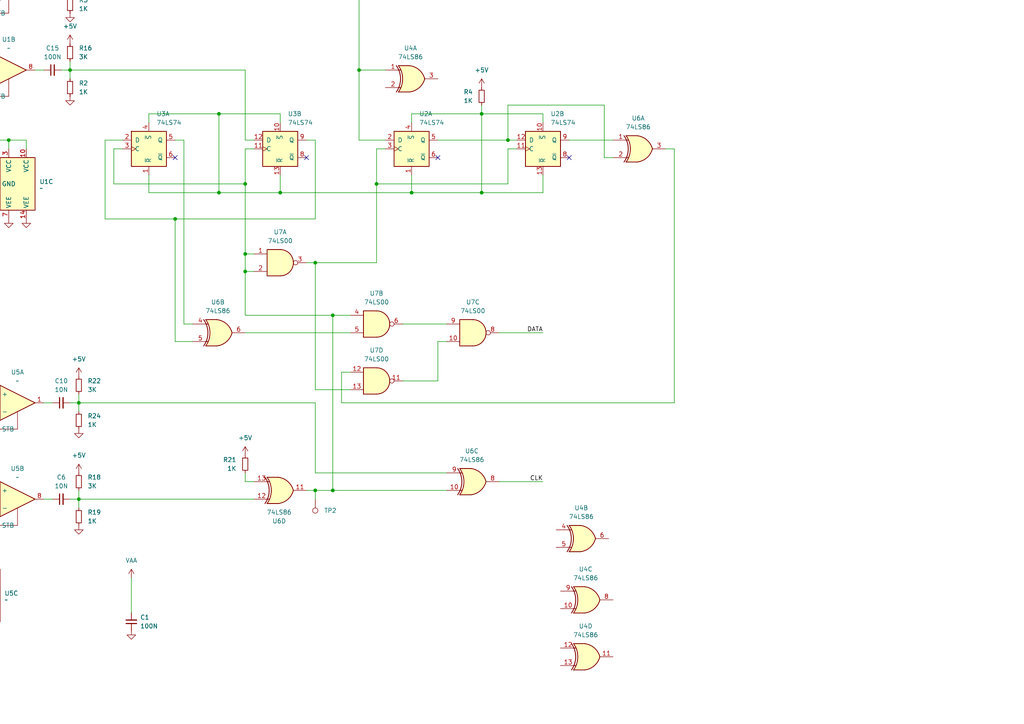
<source format=kicad_sch>
(kicad_sch (version 20231120) (generator "eeschema") (generator_version "8.0")
  (paper "A4")
  (title_block (title "NABU Network Adapter Demodulator (INCOMPLETE)") (date "2024-03-23") (rev "20240322") (company "ShareBrained Technology, Inc.") (comment 1 "Copyright (C) 2024 Jared Boone") (comment 2 "Open-source licensed under CERN-OHL-P-2.0") (comment 3 "https://ohwr.org/project/cernohl/wikis/Documents/CERN-OHL-version-2"))
  (lib_symbols
    (symbol "74xx:74LS00" (pin_names (offset 1.016))
      (property "Reference" "U" (at 0 1.27 0))
      (property "Value" "74LS00" (at 0 -1.27 0))
      (symbol "74LS00_1_1"
        (arc (start 0 -3.81) (mid 3.7934 0) (end 0 3.81) (stroke (width 0.254)) (fill (type background)))
        (polyline (pts (xy 0 3.81) (xy -3.81 3.81) (xy -3.81 -3.81) (xy 0 -3.81)) (stroke (width 0.254)) (fill (type background)))
        (pin input line (at -7.62 2.54 0) (length 3.81) (name "~") (number "1"))
        (pin input line (at -7.62 -2.54 0) (length 3.81) (name "~") (number "2"))
        (pin output inverted (at 7.62 0 180) (length 3.81) (name "~") (number "3"))
      )
      (symbol "74LS00_1_2"
        (arc (start -3.81 -3.81) (mid -2.589 0) (end -3.81 3.81) (stroke (width 0.254)))
        (arc (start -0.6096 -3.81) (mid 2.1842 -2.5851) (end 3.81 0) (stroke (width 0.254)) (fill (type background)))
        (polyline (pts (xy -3.81 -3.81) (xy -0.635 -3.81)) (stroke (width 0.254)) (fill (type background)))
        (polyline (pts (xy -3.81 3.81) (xy -0.635 3.81)) (stroke (width 0.254)) (fill (type background)))
        (polyline (pts (xy -0.635 3.81) (xy -3.81 3.81) (xy -3.81 3.81) (xy -3.556 3.4036) (xy -3.0226 2.2606) (xy -2.6924 1.0414) (xy -2.6162 -0.254) (xy -2.7686 -1.4986) (xy -3.175 -2.7178) (xy -3.81 -3.81) (xy -3.81 -3.81) (xy -0.635 -3.81)) (stroke (width -25.4)) (fill (type background)))
        (arc (start 3.81 0) (mid 2.1915 2.5936) (end -0.6096 3.81) (stroke (width 0.254)) (fill (type background)))
        (pin input inverted (at -7.62 2.54 0) (length 4.318) (name "~") (number "1"))
        (pin input inverted (at -7.62 -2.54 0) (length 4.318) (name "~") (number "2"))
        (pin output line (at 7.62 0 180) (length 3.81) (name "~") (number "3"))
      )
      (symbol "74LS00_2_1"
        (arc (start 0 -3.81) (mid 3.7934 0) (end 0 3.81) (stroke (width 0.254)) (fill (type background)))
        (polyline (pts (xy 0 3.81) (xy -3.81 3.81) (xy -3.81 -3.81) (xy 0 -3.81)) (stroke (width 0.254)) (fill (type background)))
        (pin input line (at -7.62 2.54 0) (length 3.81) (name "~") (number "4"))
        (pin input line (at -7.62 -2.54 0) (length 3.81) (name "~") (number "5"))
        (pin output inverted (at 7.62 0 180) (length 3.81) (name "~") (number "6"))
      )
      (symbol "74LS00_2_2"
        (arc (start -3.81 -3.81) (mid -2.589 0) (end -3.81 3.81) (stroke (width 0.254)))
        (arc (start -0.6096 -3.81) (mid 2.1842 -2.5851) (end 3.81 0) (stroke (width 0.254)) (fill (type background)))
        (polyline (pts (xy -3.81 -3.81) (xy -0.635 -3.81)) (stroke (width 0.254)) (fill (type background)))
        (polyline (pts (xy -3.81 3.81) (xy -0.635 3.81)) (stroke (width 0.254)) (fill (type background)))
        (polyline (pts (xy -0.635 3.81) (xy -3.81 3.81) (xy -3.81 3.81) (xy -3.556 3.4036) (xy -3.0226 2.2606) (xy -2.6924 1.0414) (xy -2.6162 -0.254) (xy -2.7686 -1.4986) (xy -3.175 -2.7178) (xy -3.81 -3.81) (xy -3.81 -3.81) (xy -0.635 -3.81)) (stroke (width -25.4)) (fill (type background)))
        (arc (start 3.81 0) (mid 2.1915 2.5936) (end -0.6096 3.81) (stroke (width 0.254)) (fill (type background)))
        (pin input inverted (at -7.62 2.54 0) (length 4.318) (name "~") (number "4"))
        (pin input inverted (at -7.62 -2.54 0) (length 4.318) (name "~") (number "5"))
        (pin output line (at 7.62 0 180) (length 3.81) (name "~") (number "6"))
      )
      (symbol "74LS00_3_1"
        (arc (start 0 -3.81) (mid 3.7934 0) (end 0 3.81) (stroke (width 0.254)) (fill (type background)))
        (polyline (pts (xy 0 3.81) (xy -3.81 3.81) (xy -3.81 -3.81) (xy 0 -3.81)) (stroke (width 0.254)) (fill (type background)))
        (pin input line (at -7.62 -2.54 0) (length 3.81) (name "~") (number "10"))
        (pin output inverted (at 7.62 0 180) (length 3.81) (name "~") (number "8"))
        (pin input line (at -7.62 2.54 0) (length 3.81) (name "~") (number "9"))
      )
      (symbol "74LS00_3_2"
        (arc (start -3.81 -3.81) (mid -2.589 0) (end -3.81 3.81) (stroke (width 0.254)))
        (arc (start -0.6096 -3.81) (mid 2.1842 -2.5851) (end 3.81 0) (stroke (width 0.254)) (fill (type background)))
        (polyline (pts (xy -3.81 -3.81) (xy -0.635 -3.81)) (stroke (width 0.254)) (fill (type background)))
        (polyline (pts (xy -3.81 3.81) (xy -0.635 3.81)) (stroke (width 0.254)) (fill (type background)))
        (polyline (pts (xy -0.635 3.81) (xy -3.81 3.81) (xy -3.81 3.81) (xy -3.556 3.4036) (xy -3.0226 2.2606) (xy -2.6924 1.0414) (xy -2.6162 -0.254) (xy -2.7686 -1.4986) (xy -3.175 -2.7178) (xy -3.81 -3.81) (xy -3.81 -3.81) (xy -0.635 -3.81)) (stroke (width -25.4)) (fill (type background)))
        (arc (start 3.81 0) (mid 2.1915 2.5936) (end -0.6096 3.81) (stroke (width 0.254)) (fill (type background)))
        (pin input inverted (at -7.62 -2.54 0) (length 4.318) (name "~") (number "10"))
        (pin output line (at 7.62 0 180) (length 3.81) (name "~") (number "8"))
        (pin input inverted (at -7.62 2.54 0) (length 4.318) (name "~") (number "9"))
      )
      (symbol "74LS00_4_1"
        (arc (start 0 -3.81) (mid 3.7934 0) (end 0 3.81) (stroke (width 0.254)) (fill (type background)))
        (polyline (pts (xy 0 3.81) (xy -3.81 3.81) (xy -3.81 -3.81) (xy 0 -3.81)) (stroke (width 0.254)) (fill (type background)))
        (pin output inverted (at 7.62 0 180) (length 3.81) (name "~") (number "11"))
        (pin input line (at -7.62 2.54 0) (length 3.81) (name "~") (number "12"))
        (pin input line (at -7.62 -2.54 0) (length 3.81) (name "~") (number "13"))
      )
      (symbol "74LS00_4_2"
        (arc (start -3.81 -3.81) (mid -2.589 0) (end -3.81 3.81) (stroke (width 0.254)))
        (arc (start -0.6096 -3.81) (mid 2.1842 -2.5851) (end 3.81 0) (stroke (width 0.254)) (fill (type background)))
        (polyline (pts (xy -3.81 -3.81) (xy -0.635 -3.81)) (stroke (width 0.254)) (fill (type background)))
        (polyline (pts (xy -3.81 3.81) (xy -0.635 3.81)) (stroke (width 0.254)) (fill (type background)))
        (polyline (pts (xy -0.635 3.81) (xy -3.81 3.81) (xy -3.81 3.81) (xy -3.556 3.4036) (xy -3.0226 2.2606) (xy -2.6924 1.0414) (xy -2.6162 -0.254) (xy -2.7686 -1.4986) (xy -3.175 -2.7178) (xy -3.81 -3.81) (xy -3.81 -3.81) (xy -0.635 -3.81)) (stroke (width -25.4)) (fill (type background)))
        (arc (start 3.81 0) (mid 2.1915 2.5936) (end -0.6096 3.81) (stroke (width 0.254)) (fill (type background)))
        (pin output line (at 7.62 0 180) (length 3.81) (name "~") (number "11"))
        (pin input inverted (at -7.62 2.54 0) (length 4.318) (name "~") (number "12"))
        (pin input inverted (at -7.62 -2.54 0) (length 4.318) (name "~") (number "13"))
      )
      (symbol "74LS00_5_0"
        (pin power_in line (at 0 12.7 270) (length 5.08) (name "VCC") (number "14"))
        (pin power_in line (at 0 -12.7 90) (length 5.08) (name "GND") (number "7"))
      )
      (symbol "74LS00_5_1"
        (rectangle (start -5.08 7.62) (end 5.08 -7.62) (stroke (width 0.254)) (fill (type background)))
      )
    )
    (symbol "74xx:74LS74" (pin_names (offset 1.016))
      (property "Reference" "U" (at -7.62 8.89 0))
      (property "Value" "74LS74" (at -7.62 -8.89 0))
      (symbol "74LS74_1_0"
        (pin input line (at 0 -7.62 90) (length 2.54) (name "~{R}") (number "1"))
        (pin input line (at -7.62 2.54 0) (length 2.54) (name "D") (number "2"))
        (pin input clock (at -7.62 0 0) (length 2.54) (name "C") (number "3"))
        (pin input line (at 0 7.62 270) (length 2.54) (name "~{S}") (number "4"))
        (pin output line (at 7.62 2.54 180) (length 2.54) (name "Q") (number "5"))
        (pin output line (at 7.62 -2.54 180) (length 2.54) (name "~{Q}") (number "6"))
      )
      (symbol "74LS74_1_1"
        (rectangle (start -5.08 5.08) (end 5.08 -5.08) (stroke (width 0.254)) (fill (type background)))
      )
      (symbol "74LS74_2_0"
        (pin input line (at 0 7.62 270) (length 2.54) (name "~{S}") (number "10"))
        (pin input clock (at -7.62 0 0) (length 2.54) (name "C") (number "11"))
        (pin input line (at -7.62 2.54 0) (length 2.54) (name "D") (number "12"))
        (pin input line (at 0 -7.62 90) (length 2.54) (name "~{R}") (number "13"))
        (pin output line (at 7.62 -2.54 180) (length 2.54) (name "~{Q}") (number "8"))
        (pin output line (at 7.62 2.54 180) (length 2.54) (name "Q") (number "9"))
      )
      (symbol "74LS74_2_1"
        (rectangle (start -5.08 5.08) (end 5.08 -5.08) (stroke (width 0.254)) (fill (type background)))
      )
      (symbol "74LS74_3_0"
        (pin power_in line (at 0 10.16 270) (length 2.54) (name "VCC") (number "14"))
        (pin power_in line (at 0 -10.16 90) (length 2.54) (name "GND") (number "7"))
      )
      (symbol "74LS74_3_1"
        (rectangle (start -5.08 7.62) (end 5.08 -7.62) (stroke (width 0.254)) (fill (type background)))
      )
    )
    (symbol "74xx:74LS86" (pin_names (offset 1.016))
      (property "Reference" "U" (at 0 1.27 0))
      (property "Value" "74LS86" (at 0 -1.27 0))
      (symbol "74LS86_1_0"
        (arc (start -4.4196 -3.81) (mid -3.2033 0) (end -4.4196 3.81) (stroke (width 0.254)))
        (arc (start -3.81 -3.81) (mid -2.589 0) (end -3.81 3.81) (stroke (width 0.254)))
        (arc (start -0.6096 -3.81) (mid 2.1842 -2.5851) (end 3.81 0) (stroke (width 0.254)) (fill (type background)))
        (polyline (pts (xy -3.81 -3.81) (xy -0.635 -3.81)) (stroke (width 0.254)) (fill (type background)))
        (polyline (pts (xy -3.81 3.81) (xy -0.635 3.81)) (stroke (width 0.254)) (fill (type background)))
        (polyline (pts (xy -0.635 3.81) (xy -3.81 3.81) (xy -3.81 3.81) (xy -3.556 3.4036) (xy -3.0226 2.2606) (xy -2.6924 1.0414) (xy -2.6162 -0.254) (xy -2.7686 -1.4986) (xy -3.175 -2.7178) (xy -3.81 -3.81) (xy -3.81 -3.81) (xy -0.635 -3.81)) (stroke (width -25.4)) (fill (type background)))
        (arc (start 3.81 0) (mid 2.1915 2.5936) (end -0.6096 3.81) (stroke (width 0.254)) (fill (type background)))
        (pin input line (at -7.62 2.54 0) (length 4.445) (name "~") (number "1"))
        (pin input line (at -7.62 -2.54 0) (length 4.445) (name "~") (number "2"))
        (pin output line (at 7.62 0 180) (length 3.81) (name "~") (number "3"))
      )
      (symbol "74LS86_1_1"
        (polyline (pts (xy -3.81 -2.54) (xy -3.175 -2.54)) (stroke (width 0.1524)))
        (polyline (pts (xy -3.81 2.54) (xy -3.175 2.54)) (stroke (width 0.1524)))
      )
      (symbol "74LS86_2_0"
        (arc (start -4.4196 -3.81) (mid -3.2033 0) (end -4.4196 3.81) (stroke (width 0.254)))
        (arc (start -3.81 -3.81) (mid -2.589 0) (end -3.81 3.81) (stroke (width 0.254)))
        (arc (start -0.6096 -3.81) (mid 2.1842 -2.5851) (end 3.81 0) (stroke (width 0.254)) (fill (type background)))
        (polyline (pts (xy -3.81 -3.81) (xy -0.635 -3.81)) (stroke (width 0.254)) (fill (type background)))
        (polyline (pts (xy -3.81 3.81) (xy -0.635 3.81)) (stroke (width 0.254)) (fill (type background)))
        (polyline (pts (xy -0.635 3.81) (xy -3.81 3.81) (xy -3.81 3.81) (xy -3.556 3.4036) (xy -3.0226 2.2606) (xy -2.6924 1.0414) (xy -2.6162 -0.254) (xy -2.7686 -1.4986) (xy -3.175 -2.7178) (xy -3.81 -3.81) (xy -3.81 -3.81) (xy -0.635 -3.81)) (stroke (width -25.4)) (fill (type background)))
        (arc (start 3.81 0) (mid 2.1915 2.5936) (end -0.6096 3.81) (stroke (width 0.254)) (fill (type background)))
        (pin input line (at -7.62 2.54 0) (length 4.445) (name "~") (number "4"))
        (pin input line (at -7.62 -2.54 0) (length 4.445) (name "~") (number "5"))
        (pin output line (at 7.62 0 180) (length 3.81) (name "~") (number "6"))
      )
      (symbol "74LS86_2_1"
        (polyline (pts (xy -3.81 -2.54) (xy -3.175 -2.54)) (stroke (width 0.1524)))
        (polyline (pts (xy -3.81 2.54) (xy -3.175 2.54)) (stroke (width 0.1524)))
      )
      (symbol "74LS86_3_0"
        (arc (start -4.4196 -3.81) (mid -3.2033 0) (end -4.4196 3.81) (stroke (width 0.254)))
        (arc (start -3.81 -3.81) (mid -2.589 0) (end -3.81 3.81) (stroke (width 0.254)))
        (arc (start -0.6096 -3.81) (mid 2.1842 -2.5851) (end 3.81 0) (stroke (width 0.254)) (fill (type background)))
        (polyline (pts (xy -3.81 -3.81) (xy -0.635 -3.81)) (stroke (width 0.254)) (fill (type background)))
        (polyline (pts (xy -3.81 3.81) (xy -0.635 3.81)) (stroke (width 0.254)) (fill (type background)))
        (polyline (pts (xy -0.635 3.81) (xy -3.81 3.81) (xy -3.81 3.81) (xy -3.556 3.4036) (xy -3.0226 2.2606) (xy -2.6924 1.0414) (xy -2.6162 -0.254) (xy -2.7686 -1.4986) (xy -3.175 -2.7178) (xy -3.81 -3.81) (xy -3.81 -3.81) (xy -0.635 -3.81)) (stroke (width -25.4)) (fill (type background)))
        (arc (start 3.81 0) (mid 2.1915 2.5936) (end -0.6096 3.81) (stroke (width 0.254)) (fill (type background)))
        (pin input line (at -7.62 -2.54 0) (length 4.445) (name "~") (number "10"))
        (pin output line (at 7.62 0 180) (length 3.81) (name "~") (number "8"))
        (pin input line (at -7.62 2.54 0) (length 4.445) (name "~") (number "9"))
      )
      (symbol "74LS86_3_1"
        (polyline (pts (xy -3.81 -2.54) (xy -3.175 -2.54)) (stroke (width 0.1524)))
        (polyline (pts (xy -3.81 2.54) (xy -3.175 2.54)) (stroke (width 0.1524)))
      )
      (symbol "74LS86_4_0"
        (arc (start -4.4196 -3.81) (mid -3.2033 0) (end -4.4196 3.81) (stroke (width 0.254)))
        (arc (start -3.81 -3.81) (mid -2.589 0) (end -3.81 3.81) (stroke (width 0.254)))
        (arc (start -0.6096 -3.81) (mid 2.1842 -2.5851) (end 3.81 0) (stroke (width 0.254)) (fill (type background)))
        (polyline (pts (xy -3.81 -3.81) (xy -0.635 -3.81)) (stroke (width 0.254)) (fill (type background)))
        (polyline (pts (xy -3.81 3.81) (xy -0.635 3.81)) (stroke (width 0.254)) (fill (type background)))
        (polyline (pts (xy -0.635 3.81) (xy -3.81 3.81) (xy -3.81 3.81) (xy -3.556 3.4036) (xy -3.0226 2.2606) (xy -2.6924 1.0414) (xy -2.6162 -0.254) (xy -2.7686 -1.4986) (xy -3.175 -2.7178) (xy -3.81 -3.81) (xy -3.81 -3.81) (xy -0.635 -3.81)) (stroke (width -25.4)) (fill (type background)))
        (arc (start 3.81 0) (mid 2.1915 2.5936) (end -0.6096 3.81) (stroke (width 0.254)) (fill (type background)))
        (pin output line (at 7.62 0 180) (length 3.81) (name "~") (number "11"))
        (pin input line (at -7.62 2.54 0) (length 4.445) (name "~") (number "12"))
        (pin input line (at -7.62 -2.54 0) (length 4.445) (name "~") (number "13"))
      )
      (symbol "74LS86_4_1"
        (polyline (pts (xy -3.81 -2.54) (xy -3.175 -2.54)) (stroke (width 0.1524)))
        (polyline (pts (xy -3.81 2.54) (xy -3.175 2.54)) (stroke (width 0.1524)))
      )
      (symbol "74LS86_5_0"
        (pin power_in line (at 0 12.7 270) (length 5.08) (name "VCC") (number "14"))
        (pin power_in line (at 0 -12.7 90) (length 5.08) (name "GND") (number "7"))
      )
      (symbol "74LS86_5_1"
        (rectangle (start -5.08 7.62) (end 5.08 -7.62) (stroke (width 0.254)) (fill (type background)))
      )
    )
    (symbol "Connector:TestPoint" (pin_numbers hide) (pin_names (offset 0.762) hide)
      (property "Reference" "TP" (at 0 6.858 0))
      (property "Value" "TestPoint" (at 0 5.08 0))
      (symbol "TestPoint_0_1"
        (circle (center 0 3.302) (radius 0.762))
      )
      (symbol "TestPoint_1_1"
        (pin passive line (at 0 0 90) (length 2.54) (name "1") (number "1"))
      )
    )
    (symbol "Device:C_Small" (pin_numbers hide) (pin_names (offset 0.254) hide)
      (property "Reference" "C" (at 0.254 1.778 0))
      (property "Value" "C_Small" (at 0.254 -2.032 0))
      (symbol "C_Small_0_1"
        (polyline (pts (xy -1.524 -0.508) (xy 1.524 -0.508)) (stroke (width 0.3302)))
        (polyline (pts (xy -1.524 0.508) (xy 1.524 0.508)) (stroke (width 0.3048)))
      )
      (symbol "C_Small_1_1"
        (pin passive line (at 0 2.54 270) (length 2.032) (name "~") (number "1"))
        (pin passive line (at 0 -2.54 90) (length 2.032) (name "~") (number "2"))
      )
    )
    (symbol "Device:D" (pin_numbers hide) (pin_names (offset 1.016) hide)
      (property "Reference" "D" (at 0 2.54 0))
      (property "Value" "D" (at 0 -2.54 0))
      (symbol "D_0_1"
        (polyline (pts (xy -1.27 1.27) (xy -1.27 -1.27)) (stroke (width 0.254)))
        (polyline (pts (xy 1.27 0) (xy -1.27 0)))
        (polyline (pts (xy 1.27 1.27) (xy 1.27 -1.27) (xy -1.27 0) (xy 1.27 1.27)) (stroke (width 0.254)))
      )
      (symbol "D_1_1"
        (pin passive line (at -3.81 0 0) (length 2.54) (name "K") (number "1"))
        (pin passive line (at 3.81 0 180) (length 2.54) (name "A") (number "2"))
      )
    )
    (symbol "Device:R_Small" (pin_numbers hide) (pin_names (offset 0.254) hide)
      (property "Reference" "R" (at 0.762 0.508 0))
      (property "Value" "R_Small" (at 0.762 -1.016 0))
      (symbol "R_Small_0_1"
        (rectangle (start -0.762 1.778) (end 0.762 -1.778) (stroke (width 0.2032)))
      )
      (symbol "R_Small_1_1"
        (pin passive line (at 0 2.54 270) (length 0.762) (name "~") (number "1"))
        (pin passive line (at 0 -2.54 90) (length 0.762) (name "~") (number "2"))
      )
    )
    (symbol "motorola:MC1414"
      (property "Reference" "U" (at 0 0 0))
      (symbol "MC1414_1_1"
        (polyline (pts (xy -3.81 -7.62) (xy 1.27 -7.62) (xy 1.27 -2.54)))
        (polyline (pts (xy -3.81 5.08) (xy 6.35 0) (xy -3.81 -5.08) (xy -3.81 5.08)) (stroke (width 0.254)) (fill (type background)))
        (pin output line (at 8.89 0 180) (length 2.54) (name "~") (number "1"))
        (pin input line (at -6.35 2.54 0) (length 2.54) (name "+") (number "12"))
        (pin input line (at -6.35 -2.54 0) (length 2.54) (name "-") (number "13"))
        (pin input line (at -6.35 -7.62 0) (length 2.54) (name "STB") (number "2"))
      )
      (symbol "MC1414_2_1"
        (polyline (pts (xy -3.81 -7.62) (xy 1.27 -7.62) (xy 1.27 -2.54)))
        (polyline (pts (xy -3.81 5.08) (xy 6.35 0) (xy -3.81 -5.08) (xy -3.81 5.08)) (stroke (width 0.254)) (fill (type background)))
        (pin input line (at -6.35 2.54 0) (length 2.54) (name "+") (number "5"))
        (pin input line (at -6.35 -2.54 0) (length 2.54) (name "-") (number "6"))
        (pin output line (at 8.89 0 180) (length 2.54) (name "~") (number "8"))
        (pin input line (at -6.35 -7.62 0) (length 2.54) (name "STB") (number "9"))
      )
      (symbol "MC1414_3_1"
        (rectangle (start -5.08 7.62) (end 5.08 -7.62) (stroke (width 0.254)) (fill (type background)))
        (pin power_in line (at 2.54 10.16 270) (length 2.54) (name "VCC") (number "10"))
        (pin input line (at -7.62 0 0) (length 2.54) (name "GND") (number "11"))
        (pin power_in line (at 2.54 -10.16 90) (length 2.54) (name "VEE") (number "14"))
        (pin power_in line (at -2.54 10.16 270) (length 2.54) (name "VCC") (number "3"))
        (pin power_in line (at -2.54 -10.16 90) (length 2.54) (name "VEE") (number "7"))
      )
    )
    (symbol "power:+5V" (power) (pin_numbers hide) (pin_names (offset 0) hide)
      (property "Value" "+5V" (at 0 3.556 0))
      (symbol "+5V_0_1"
        (polyline (pts (xy -0.762 1.27) (xy 0 2.54)))
        (polyline (pts (xy 0 0) (xy 0 2.54)))
        (polyline (pts (xy 0 2.54) (xy 0.762 1.27)))
      )
      (symbol "+5V_1_1"
        (pin power_in line (at 0 0 90) (length 0) (name "~") (number "1"))
      )
    )
    (symbol "power:GND" (power) (pin_numbers hide) (pin_names (offset 0) hide)
      (property "Value" "GND" (at 0 -3.81 0))
      (symbol "GND_0_1"
        (polyline (pts (xy 0 0) (xy 0 -1.27) (xy 1.27 -1.27) (xy 0 -2.54) (xy -1.27 -1.27) (xy 0 -1.27)))
      )
      (symbol "GND_1_1"
        (pin power_in line (at 0 0 270) (length 0) (name "~") (number "1"))
      )
    )
    (symbol "power:VAA" (power) (pin_numbers hide) (pin_names (offset 0) hide)
      (property "Value" "VAA" (at 0 3.556 0))
      (symbol "VAA_0_1"
        (polyline (pts (xy -0.762 1.27) (xy 0 2.54)))
        (polyline (pts (xy 0 0) (xy 0 2.54)))
        (polyline (pts (xy 0 2.54) (xy 0.762 1.27)))
      )
      (symbol "VAA_1_1"
        (pin power_in line (at 0 0 90) (length 0) (name "~") (number "1"))
      )
    )
  )
  (junction (at 109.22 53.34))
  (junction (at 91.44 76.2))
  (junction (at -7.62 -6.35))
  (junction (at -7.62 22.86))
  (junction (at 147.32 40.64))
  (junction (at 104.14 20.32))
  (junction (at -5.08 142.24))
  (junction (at -7.62 -1.27))
  (junction (at 20.32 -3.81))
  (junction (at -20.32 119.38))
  (junction (at -5.08 40.64))
  (junction (at -25.4 172.72))
  (junction (at -15.24 160.02))
  (junction (at -25.4 142.24))
  (junction (at 50.8 63.5))
  (junction (at 38.1 -3.81))
  (junction (at 91.44 142.24))
  (junction (at 22.86 144.78))
  (junction (at 139.7 33.02))
  (junction (at -5.08 53.34))
  (junction (at 63.5 55.88))
  (junction (at -15.24 53.34))
  (junction (at -7.62 17.78))
  (junction (at 96.52 142.24))
  (junction (at 71.12 53.34))
  (junction (at 139.7 55.88))
  (junction (at -15.24 22.86))
  (junction (at 63.5 33.02))
  (junction (at 2.54 40.64))
  (junction (at -5.08 147.32))
  (junction (at 119.38 55.88))
  (junction (at -5.08 119.38))
  (junction (at 71.12 78.74))
  (junction (at 96.52 91.44))
  (junction (at -15.24 172.72))
  (junction (at 71.12 73.66))
  (junction (at 22.86 116.84))
  (junction (at -5.08 114.3))
  (junction (at -20.32 147.32))
  (junction (at 20.32 20.32))
  (junction (at -7.62 160.02))
  (junction (at 81.28 55.88))
  (no_connect (at 50.8 45.72))
  (no_connect (at 88.9 45.72))
  (no_connect (at 127 45.72))
  (no_connect (at 165.1 45.72))
  (no_connect (at -2.54 152.4))
  (no_connect (at -2.54 124.46))
  (no_connect (at -5.08 3.81))
  (no_connect (at -5.08 27.94))
  (wire (pts (xy 71.12 53.34) (xy 33.02 53.34)))
  (wire (pts (xy 2.54 40.64) (xy 2.54 43.18)))
  (wire (pts (xy 91.44 40.64) (xy 91.44 63.5)))
  (wire (pts (xy 10.16 -3.81) (xy 12.7 -3.81)))
  (wire (pts (xy 20.32 144.78) (xy 22.86 144.78)))
  (wire (pts (xy -15.24 168.91) (xy -15.24 172.72)))
  (wire (pts (xy -15.24 157.48) (xy -15.24 160.02)))
  (wire (pts (xy 7.62 43.18) (xy 7.62 40.64)))
  (wire (pts (xy 149.86 40.64) (xy 147.32 40.64)))
  (wire (pts (xy 96.52 91.44) (xy 96.52 142.24)))
  (wire (pts (xy 17.78 -3.81) (xy 20.32 -3.81)))
  (wire (pts (xy 109.22 76.2) (xy 91.44 76.2)))
  (wire (pts (xy -27.94 119.38) (xy -20.32 119.38)))
  (wire (pts (xy 81.28 55.88) (xy 119.38 55.88)))
  (wire (pts (xy 71.12 53.34) (xy 71.12 73.66)))
  (wire (pts (xy 20.32 -6.35) (xy 20.32 -3.81)))
  (wire (pts (xy 91.44 142.24) (xy 91.44 144.78)))
  (wire (pts (xy 99.06 116.84) (xy 99.06 107.95)))
  (wire (pts (xy 91.44 142.24) (xy 96.52 142.24)))
  (wire (pts (xy 139.7 30.48) (xy 139.7 33.02)))
  (wire (pts (xy -25.4 -6.35) (xy -22.86 -6.35)))
  (wire (pts (xy 144.78 139.7) (xy 157.48 139.7)))
  (wire (pts (xy 195.58 116.84) (xy 99.06 116.84)))
  (wire (pts (xy 43.18 33.02) (xy 63.5 33.02)))
  (wire (pts (xy 116.84 93.98) (xy 129.54 93.98)))
  (wire (pts (xy 63.5 33.02) (xy 63.5 55.88)))
  (wire (pts (xy -15.24 172.72) (xy -12.7 172.72)))
  (wire (pts (xy 33.02 43.18) (xy 35.56 43.18)))
  (wire (pts (xy 22.86 144.78) (xy 73.66 144.78)))
  (wire (pts (xy 12.7 144.78) (xy 15.24 144.78)))
  (wire (pts (xy 30.48 40.64) (xy 30.48 63.5)))
  (wire (pts (xy -20.32 135.89) (xy -20.32 147.32)))
  (wire (pts (xy -25.4 142.24) (xy -25.4 114.3)))
  (wire (pts (xy 175.26 45.72) (xy 177.8 45.72)))
  (wire (pts (xy -5.08 38.1) (xy -5.08 40.64)))
  (wire (pts (xy 104.14 20.32) (xy 104.14 40.64)))
  (wire (pts (xy 30.48 63.5) (xy 50.8 63.5)))
  (wire (pts (xy -7.62 -6.35) (xy -5.08 -6.35)))
  (wire (pts (xy 119.38 50.8) (xy 119.38 55.88)))
  (wire (pts (xy -27.94 147.32) (xy -20.32 147.32)))
  (wire (pts (xy 127 110.49) (xy 127 99.06)))
  (wire (pts (xy -15.24 -1.27) (xy -7.62 -1.27)))
  (wire (pts (xy 71.12 20.32) (xy 71.12 40.64)))
  (wire (pts (xy -7.62 22.86) (xy -5.08 22.86)))
  (wire (pts (xy 71.12 96.52) (xy 101.6 96.52)))
  (wire (pts (xy -17.78 -6.35) (xy -7.62 -6.35)))
  (wire (pts (xy 71.12 137.16) (xy 71.12 139.7)))
  (wire (pts (xy 53.34 40.64) (xy 53.34 93.98)))
  (wire (pts (xy 63.5 55.88) (xy 81.28 55.88)))
  (wire (pts (xy 71.12 73.66) (xy 71.12 78.74)))
  (wire (pts (xy 96.52 142.24) (xy 129.54 142.24)))
  (wire (pts (xy -5.08 53.34) (xy -5.08 54.61)))
  (wire (pts (xy 116.84 110.49) (xy 127 110.49)))
  (wire (pts (xy 81.28 33.02) (xy 81.28 35.56)))
  (wire (pts (xy -15.24 22.86) (xy -7.62 22.86)))
  (wire (pts (xy -20.32 110.49) (xy -20.32 119.38)))
  (wire (pts (xy 71.12 43.18) (xy 71.12 53.34)))
  (wire (pts (xy 20.32 20.32) (xy 71.12 20.32)))
  (wire (pts (xy 175.26 30.48) (xy 175.26 45.72)))
  (wire (pts (xy 119.38 35.56) (xy 119.38 33.02)))
  (wire (pts (xy 101.6 113.03) (xy 91.44 113.03)))
  (wire (pts (xy 91.44 137.16) (xy 91.44 116.84)))
  (wire (pts (xy 38.1 -3.81) (xy 20.32 -3.81)))
  (wire (pts (xy 91.44 76.2) (xy 88.9 76.2)))
  (wire (pts (xy -20.32 119.38) (xy -20.32 130.81)))
  (wire (pts (xy -7.62 160.02) (xy -2.54 160.02)))
  (wire (pts (xy -15.24 60.96) (xy -15.24 62.23)))
  (wire (pts (xy -25.4 181.61) (xy -25.4 182.88)))
  (wire (pts (xy 147.32 53.34) (xy 109.22 53.34)))
  (wire (pts (xy -5.08 147.32) (xy -2.54 147.32)))
  (wire (pts (xy -15.24 53.34) (xy -5.08 53.34)))
  (wire (pts (xy 109.22 53.34) (xy 109.22 76.2)))
  (wire (pts (xy 109.22 53.34) (xy 109.22 43.18)))
  (wire (pts (xy -25.4 114.3) (xy -5.08 114.3)))
  (wire (pts (xy 10.16 20.32) (xy 12.7 20.32)))
  (wire (pts (xy -7.62 -1.27) (xy -5.08 -1.27)))
  (wire (pts (xy 91.44 63.5) (xy 50.8 63.5)))
  (wire (pts (xy 33.02 53.34) (xy 33.02 43.18)))
  (wire (pts (xy 73.66 43.18) (xy 71.12 43.18)))
  (wire (pts (xy -15.24 172.72) (xy -15.24 175.26)))
  (wire (pts (xy 88.9 40.64) (xy 91.44 40.64)))
  (wire (pts (xy -20.32 119.38) (xy -5.08 119.38)))
  (wire (pts (xy 165.1 40.64) (xy 177.8 40.64)))
  (wire (pts (xy -5.08 142.24) (xy -2.54 142.24)))
  (wire (pts (xy 149.86 43.18) (xy 147.32 43.18)))
  (wire (pts (xy 20.32 17.78) (xy 20.32 20.32)))
  (wire (pts (xy 38.1 167.64) (xy 38.1 177.8)))
  (wire (pts (xy -15.24 55.88) (xy -15.24 53.34)))
  (wire (pts (xy -25.4 17.78) (xy -22.86 17.78)))
  (wire (pts (xy 20.32 20.32) (xy 20.32 22.86)))
  (wire (pts (xy 193.04 43.18) (xy 195.58 43.18)))
  (wire (pts (xy -2.54 162.56) (xy -2.54 160.02)))
  (wire (pts (xy -2.54 114.3) (xy -5.08 114.3)))
  (wire (pts (xy 63.5 33.02) (xy 81.28 33.02)))
  (wire (pts (xy 104.14 20.32) (xy 104.14 -3.81)))
  (wire (pts (xy 35.56 40.64) (xy 30.48 40.64)))
  (wire (pts (xy -25.4 176.53) (xy -25.4 172.72)))
  (wire (pts (xy -5.08 40.64) (xy -5.08 44.45)))
  (wire (pts (xy 22.86 142.24) (xy 22.86 144.78)))
  (wire (pts (xy 50.8 63.5) (xy 50.8 99.06)))
  (wire (pts (xy 22.86 116.84) (xy 20.32 116.84)))
  (wire (pts (xy 50.8 99.06) (xy 55.88 99.06)))
  (wire (pts (xy 43.18 50.8) (xy 43.18 55.88)))
  (wire (pts (xy 22.86 114.3) (xy 22.86 116.84)))
  (wire (pts (xy -2.54 119.38) (xy -5.08 119.38)))
  (wire (pts (xy 157.48 55.88) (xy 157.48 50.8)))
  (wire (pts (xy -5.08 17.78) (xy -7.62 17.78)))
  (wire (pts (xy 104.14 -3.81) (xy 38.1 -3.81)))
  (wire (pts (xy -15.24 -1.27) (xy -15.24 22.86)))
  (wire (pts (xy 71.12 73.66) (xy 73.66 73.66)))
  (wire (pts (xy 139.7 33.02) (xy 157.48 33.02)))
  (wire (pts (xy 119.38 33.02) (xy 139.7 33.02)))
  (wire (pts (xy 43.18 35.56) (xy 43.18 33.02)))
  (wire (pts (xy 2.54 40.64) (xy -5.08 40.64)))
  (wire (pts (xy -20.32 147.32) (xy -5.08 147.32)))
  (wire (pts (xy 71.12 40.64) (xy 73.66 40.64)))
  (wire (pts (xy -15.24 160.02) (xy -15.24 163.83)))
  (wire (pts (xy 15.24 116.84) (xy 12.7 116.84)))
  (wire (pts (xy 147.32 30.48) (xy 175.26 30.48)))
  (wire (pts (xy 109.22 43.18) (xy 111.76 43.18)))
  (wire (pts (xy 73.66 139.7) (xy 71.12 139.7)))
  (wire (pts (xy -25.4 172.72) (xy -15.24 172.72)))
  (wire (pts (xy 81.28 55.88) (xy 81.28 50.8)))
  (wire (pts (xy 17.78 20.32) (xy 20.32 20.32)))
  (wire (pts (xy 7.62 40.64) (xy 2.54 40.64)))
  (wire (pts (xy -15.24 160.02) (xy -7.62 160.02)))
  (wire (pts (xy 71.12 91.44) (xy 71.12 78.74)))
  (wire (pts (xy 53.34 93.98) (xy 55.88 93.98)))
  (wire (pts (xy 91.44 137.16) (xy 129.54 137.16)))
  (wire (pts (xy 88.9 142.24) (xy 91.44 142.24)))
  (wire (pts (xy 22.86 116.84) (xy 22.86 119.38)))
  (wire (pts (xy 144.78 96.52) (xy 157.48 96.52)))
  (wire (pts (xy 99.06 107.95) (xy 101.6 107.95)))
  (wire (pts (xy 119.38 55.88) (xy 139.7 55.88)))
  (wire (pts (xy 104.14 20.32) (xy 111.76 20.32)))
  (wire (pts (xy -5.08 53.34) (xy -2.54 53.34)))
  (wire (pts (xy 91.44 116.84) (xy 22.86 116.84)))
  (wire (pts (xy 91.44 113.03) (xy 91.44 76.2)))
  (wire (pts (xy -5.08 49.53) (xy -5.08 53.34)))
  (wire (pts (xy 195.58 43.18) (xy 195.58 116.84)))
  (wire (pts (xy 139.7 33.02) (xy 139.7 55.88)))
  (wire (pts (xy 127 99.06) (xy 129.54 99.06)))
  (wire (pts (xy 147.32 43.18) (xy 147.32 53.34)))
  (wire (pts (xy 96.52 91.44) (xy 71.12 91.44)))
  (wire (pts (xy 50.8 40.64) (xy 53.34 40.64)))
  (wire (pts (xy 139.7 55.88) (xy 157.48 55.88)))
  (wire (pts (xy 147.32 30.48) (xy 147.32 40.64)))
  (wire (pts (xy 127 40.64) (xy 147.32 40.64)))
  (wire (pts (xy -17.78 17.78) (xy -7.62 17.78)))
  (wire (pts (xy -15.24 22.86) (xy -15.24 53.34)))
  (wire (pts (xy 22.86 144.78) (xy 22.86 147.32)))
  (wire (pts (xy 43.18 55.88) (xy 63.5 55.88)))
  (wire (pts (xy 157.48 33.02) (xy 157.48 35.56)))
  (wire (pts (xy -25.4 142.24) (xy -25.4 172.72)))
  (wire (pts (xy 71.12 78.74) (xy 73.66 78.74)))
  (wire (pts (xy 20.32 -3.81) (xy 20.32 -1.27)))
  (wire (pts (xy -7.62 160.02) (xy -7.62 162.56)))
  (wire (pts (xy -25.4 142.24) (xy -5.08 142.24)))
  (wire (pts (xy 104.14 40.64) (xy 111.76 40.64)))
  (wire (pts (xy 38.1 -3.81) (xy 38.1 -6.35)))
  (wire (pts (xy 101.6 91.44) (xy 96.52 91.44)))
  (label "DATA" (at 157.48 96.52 180))
  (label "CLK" (at 157.48 139.7 180))
  (global_label "IF_Q?" (shape input) (at -25.4 17.78 180) (property "Intersheetrefs" "${INTERSHEET_REFS}" (effects (hide yes))))
  (global_label "IF_I?" (shape input) (at -25.4 -6.35 180) (property "Intersheetrefs" "${INTERSHEET_REFS}" (effects (hide yes))))
  (symbol (lib_id "Device:R_Small") (at -7.62 20.32 0) (mirror x) (unit 1)
    (property "Reference" "R2" (at -10.16 19.0499 0) (effects (justify right)))
    (property "Value" "1K1" (at -10.16 21.5899 0) (effects (justify right)))
    (property "Description" "Resistor, small symbol" (effects (hide yes)))
  )
  (symbol (lib_id "power:GND") (at -2.54 182.88 0) (unit 1)
    (property "Reference" "#PWR021" (effects (hide yes)))
    (property "Value" "GND" (effects (hide yes)))
    (property "Description" "Power symbol creates a global label with name \"GND\" , ground" (effects (hide yes)))
  )
  (symbol (lib_id "power:VAA") (at -5.08 38.1 0) (unit 1)
    (property "Reference" "#PWR014" (effects (hide yes)))
    (property "Value" "VAA" (at -5.08 33.02 0))
    (property "Description" "Power symbol creates a global label with name \"VAA\"" (effects (hide yes)))
  )
  (symbol (lib_id "Device:R_Small") (at 22.86 111.76 0) (mirror y) (unit 1)
    (property "Reference" "R22" (at 25.4 110.4899 0) (effects (justify right)))
    (property "Value" "3K" (at 25.4 113.0299 0) (effects (justify right)))
    (property "Description" "Resistor, small symbol" (effects (hide yes)))
  )
  (symbol (lib_id "Device:R_Small") (at 22.86 121.92 0) (mirror y) (unit 1)
    (property "Reference" "R24" (at 25.4 120.6499 0) (effects (justify right)))
    (property "Value" "1K" (at 25.4 123.1899 0) (effects (justify right)))
    (property "Description" "Resistor, small symbol" (effects (hide yes)))
  )
  (symbol (lib_id "Device:R_Small") (at -5.08 116.84 0) (unit 1)
    (property "Reference" "R14" (at -7.62 115.5699 0) (effects (justify right)))
    (property "Value" "150R" (at -7.62 118.1099 0) (effects (justify right)))
    (property "Description" "Resistor, small symbol" (effects (hide yes)))
  )
  (symbol (lib_id "motorola:MC1414") (at 3.81 144.78 0) (unit 2)
    (property "Reference" "U5" (at 5.08 135.89 0))
    (property "Value" "~" (at 5.08 138.43 0))
  )
  (symbol (lib_id "power:GND") (at 2.54 63.5 0) (unit 1)
    (property "Reference" "#PWR018" (effects (hide yes)))
    (property "Value" "GND" (effects (hide yes)))
    (property "Description" "Power symbol creates a global label with name \"GND\" , ground" (effects (hide yes)))
  )
  (symbol (lib_id "Device:C_Small") (at 15.24 20.32 90) (unit 1)
    (property "Reference" "C15" (at 15.2463 13.97 90))
    (property "Value" "100N" (at 15.2463 16.51 90))
    (property "Description" "Unpolarized capacitor, small symbol" (effects (hide yes)))
  )
  (symbol (lib_id "power:GND") (at 20.32 3.81 0) (unit 1)
    (property "Reference" "#PWR02" (effects (hide yes)))
    (property "Value" "GND" (effects (hide yes)))
    (property "Description" "Power symbol creates a global label with name \"GND\" , ground" (effects (hide yes)))
  )
  (symbol (lib_id "power:GND") (at 20.32 27.94 0) (unit 1)
    (property "Reference" "#PWR06" (effects (hide yes)))
    (property "Value" "GND" (effects (hide yes)))
    (property "Description" "Power symbol creates a global label with name \"GND\" , ground" (effects (hide yes)))
  )
  (symbol (lib_id "motorola:MC1414") (at 5.08 53.34 0) (unit 3)
    (property "Reference" "U1" (at 11.43 52.7049 0) (effects (justify left)))
    (property "Value" "~" (at 11.43 54.61 0) (effects (justify left)))
  )
  (symbol (lib_id "Device:R_Small") (at -5.08 46.99 0) (mirror x) (unit 1)
    (property "Reference" "R11" (at -7.62 45.7199 0) (effects (justify right)))
    (property "Value" "1K2" (at -7.62 48.2599 0) (effects (justify right)))
    (property "Description" "Resistor, small symbol" (effects (hide yes)))
  )
  (symbol (lib_id "74xx:74LS86") (at 137.16 139.7 0) (unit 3)
    (property "Reference" "U6" (at 136.8552 130.81 0))
    (property "Value" "74LS86" (at 136.8552 133.35 0))
    (property "Datasheet" "74xx/74ls86.pdf" (effects (hide yes)))
    (property "Description" "Quad 2-input XOR" (effects (hide yes)))
  )
  (symbol (lib_id "74xx:74LS00") (at 137.16 96.52 0) (unit 3)
    (property "Reference" "U7" (at 137.1517 87.63 0))
    (property "Value" "74LS00" (at 137.1517 90.17 0))
    (property "Datasheet" "http://www.ti.com/lit/gpn/sn74ls00" (effects (hide yes)))
    (property "Description" "quad 2-input NAND gate" (effects (hide yes)))
  )
  (symbol (lib_id "Device:D") (at -15.24 179.07 90) (mirror x) (unit 1)
    (property "Reference" "CR2" (at -17.78 177.7999 90) (effects (justify left)))
    (property "Value" "D" (at -17.78 180.3399 90) (effects (justify left)))
    (property "Description" "Diode" (effects (hide yes)))
    (property "Sim.Device" "D" (effects (hide yes)))
    (property "Sim.Pins" "1=K 2=A" (effects (hide yes)))
  )
  (symbol (lib_id "74xx:74LS86") (at 185.42 43.18 0) (unit 1)
    (property "Reference" "U6" (at 185.1152 34.29 0))
    (property "Value" "74LS86" (at 185.1152 36.83 0))
    (property "Datasheet" "74xx/74ls86.pdf" (effects (hide yes)))
    (property "Description" "Quad 2-input XOR" (effects (hide yes)))
  )
  (symbol (lib_id "Device:R_Small") (at -7.62 -3.81 0) (unit 1)
    (property "Reference" "R1" (at -10.16 -5.0801 0) (effects (justify right)))
    (property "Value" "1K1" (at -10.16 -2.5401 0) (effects (justify right)))
    (property "Description" "Resistor, small symbol" (effects (hide yes)))
  )
  (symbol (lib_id "Device:R_Small") (at -15.24 166.37 0) (mirror x) (unit 1)
    (property "Reference" "R23" (at -17.78 165.0999 0) (effects (justify right)))
    (property "Value" "1K2" (at -17.78 167.6399 0) (effects (justify right)))
    (property "Description" "Resistor, small symbol" (effects (hide yes)))
  )
  (symbol (lib_id "power:+5V") (at 139.7 25.4 0) (unit 1)
    (property "Reference" "#PWR03" (effects (hide yes)))
    (property "Value" "+5V" (at 139.7 20.32 0))
    (property "Description" "Power symbol creates a global label with name \"+5V\"" (effects (hide yes)))
  )
  (symbol (lib_id "74xx:74LS74") (at 119.38 43.18 0) (unit 1)
    (property "Reference" "U2" (at 121.5741 33.02 0) (effects (justify left)))
    (property "Value" "74LS74" (at 121.5741 35.56 0) (effects (justify left)))
    (property "Datasheet" "74xx/74hc_hct74.pdf" (effects (hide yes)))
    (property "Description" "Dual D Flip-flop, Set & Reset" (effects (hide yes)))
  )
  (symbol (lib_id "power:+5V") (at 20.32 12.7 0) (unit 1)
    (property "Reference" "#PWR05" (effects (hide yes)))
    (property "Value" "+5V" (at 20.32 7.62 0))
    (property "Description" "Power symbol creates a global label with name \"+5V\"" (effects (hide yes)))
  )
  (symbol (lib_id "Device:C_Small") (at -20.32 -6.35 90) (unit 1)
    (property "Reference" "CX1" (at -20.3137 -12.7 90))
    (property "Value" "100N" (at -20.3137 -10.16 90))
    (property "Description" "Unpolarized capacitor, small symbol" (effects (hide yes)))
  )
  (symbol (lib_id "motorola:MC1414") (at 1.27 20.32 0) (unit 2)
    (property "Reference" "U1" (at 2.54 11.43 0))
    (property "Value" "~" (at 2.54 13.97 0))
  )
  (symbol (lib_id "74xx:74LS00") (at 81.28 76.2 0) (unit 1)
    (property "Reference" "U7" (at 81.2717 67.31 0))
    (property "Value" "74LS00" (at 81.2717 69.85 0))
    (property "Datasheet" "http://www.ti.com/lit/gpn/sn74ls00" (effects (hide yes)))
    (property "Description" "quad 2-input NAND gate" (effects (hide yes)))
  )
  (symbol (lib_id "74xx:74LS00") (at 109.22 110.49 0) (unit 4)
    (property "Reference" "U7" (at 109.2117 101.6 0))
    (property "Value" "74LS00" (at 109.2117 104.14 0))
    (property "Datasheet" "http://www.ti.com/lit/gpn/sn74ls00" (effects (hide yes)))
    (property "Description" "quad 2-input NAND gate" (effects (hide yes)))
  )
  (symbol (lib_id "Device:R_Small") (at 22.86 139.7 180) (unit 1)
    (property "Reference" "R18" (at 25.4 138.4299 0) (effects (justify right)))
    (property "Value" "3K" (at 25.4 140.9699 0) (effects (justify right)))
    (property "Description" "Resistor, small symbol" (effects (hide yes)))
  )
  (symbol (lib_id "power:VAA") (at 38.1 167.64 0) (unit 1)
    (property "Reference" "#PWR012" (effects (hide yes)))
    (property "Value" "VAA" (at 38.1 162.56 0))
    (property "Description" "Power symbol creates a global label with name \"VAA\"" (effects (hide yes)))
  )
  (symbol (lib_id "Device:C_Small") (at 17.78 144.78 90) (unit 1)
    (property "Reference" "C6" (at 17.7863 138.43 90))
    (property "Value" "10N" (at 17.7863 140.97 90))
    (property "Description" "Unpolarized capacitor, small symbol" (effects (hide yes)))
  )
  (symbol (lib_id "power:GND") (at -5.08 62.23 0) (unit 1)
    (property "Reference" "#PWR01" (effects (hide yes)))
    (property "Value" "GND" (effects (hide yes)))
    (property "Description" "Power symbol creates a global label with name \"GND\" , ground" (effects (hide yes)))
  )
  (symbol (lib_id "Device:R_Small") (at 20.32 15.24 0) (mirror x) (unit 1)
    (property "Reference" "R16" (at 22.86 13.9699 0) (effects (justify left)))
    (property "Value" "3K" (at 22.86 16.5099 0) (effects (justify left)))
    (property "Description" "Resistor, small symbol" (effects (hide yes)))
  )
  (symbol (lib_id "motorola:MC1414") (at -5.08 172.72 0) (unit 3)
    (property "Reference" "U5" (at 1.27 172.0849 0) (effects (justify left)))
    (property "Value" "~" (at 1.27 173.99 0) (effects (justify left)))
  )
  (symbol (lib_id "74xx:74LS86") (at 168.91 156.21 0) (unit 2)
    (property "Reference" "U4" (at 168.6052 147.32 0))
    (property "Value" "74LS86" (at 168.6052 149.86 0))
    (property "Datasheet" "74xx/74ls86.pdf" (effects (hide yes)))
    (property "Description" "Quad 2-input XOR" (effects (hide yes)))
  )
  (symbol (lib_id "74xx:74LS86") (at 81.28 142.24 0) (mirror x) (unit 4)
    (property "Reference" "U6" (at 80.9752 151.13 0))
    (property "Value" "74LS86" (at 80.9752 148.59 0))
    (property "Datasheet" "74xx/74ls86.pdf" (effects (hide yes)))
    (property "Description" "Quad 2-input XOR" (effects (hide yes)))
  )
  (symbol (lib_id "Device:C_Small") (at -15.24 58.42 180) (unit 1)
    (property "Reference" "C2" (at -17.78 57.1435 0) (effects (justify left)))
    (property "Value" "100N" (at -17.78 59.6835 0) (effects (justify left)))
    (property "Description" "Unpolarized capacitor, small symbol" (effects (hide yes)))
  )
  (symbol (lib_id "Device:R_Small") (at 20.32 1.27 180) (unit 1)
    (property "Reference" "R3" (at 22.86 -0.0001 0) (effects (justify right)))
    (property "Value" "1K" (at 22.86 2.5399 0) (effects (justify right)))
    (property "Description" "Resistor, small symbol" (effects (hide yes)))
  )
  (symbol (lib_id "Device:C_Small") (at -20.32 133.35 180) (unit 1)
    (property "Reference" "C11" (at -16.51 132.0735 0) (effects (justify right)))
    (property "Value" "?" (at -16.51 134.6135 0) (effects (justify right)))
    (property "Description" "Unpolarized capacitor, small symbol" (effects (hide yes)))
  )
  (symbol (lib_id "Connector:TestPoint") (at 91.44 144.78 180) (unit 1)
    (property "Reference" "TP2" (at 93.98 148.0819 0) (effects (justify right)))
    (property "Value" "TestPoint" (effects (hide yes)))
    (property "Description" "test point" (effects (hide yes)))
  )
  (symbol (lib_id "power:+5V") (at 22.86 109.22 0) (unit 1)
    (property "Reference" "#PWR011" (effects (hide yes)))
    (property "Value" "+5V" (at 22.86 104.14 0))
    (property "Description" "Power symbol creates a global label with name \"+5V\"" (effects (hide yes)))
  )
  (symbol (lib_id "power:VAA") (at -15.24 157.48 0) (unit 1)
    (property "Reference" "#PWR015" (effects (hide yes)))
    (property "Value" "VAA" (at -15.24 152.4 0))
    (property "Description" "Power symbol creates a global label with name \"VAA\"" (effects (hide yes)))
  )
  (symbol (lib_id "Device:R_Small") (at 22.86 149.86 180) (unit 1)
    (property "Reference" "R19" (at 25.4 148.5899 0) (effects (justify right)))
    (property "Value" "1K" (at 25.4 151.1299 0) (effects (justify right)))
    (property "Description" "Resistor, small symbol" (effects (hide yes)))
  )
  (symbol (lib_id "power:GND") (at -25.4 182.88 0) (unit 1)
    (property "Reference" "#PWR017" (effects (hide yes)))
    (property "Value" "GND" (effects (hide yes)))
    (property "Description" "Power symbol creates a global label with name \"GND\" , ground" (effects (hide yes)))
  )
  (symbol (lib_id "Connector:TestPoint") (at 38.1 -6.35 0) (unit 1)
    (property "Reference" "TP1" (at 40.64 -9.6521 0) (effects (justify left)))
    (property "Value" "TestPoint" (effects (hide yes)))
    (property "Description" "test point" (effects (hide yes)))
  )
  (symbol (lib_id "74xx:74LS74") (at 157.48 43.18 0) (unit 2)
    (property "Reference" "U2" (at 159.6741 33.02 0) (effects (justify left)))
    (property "Value" "74LS74" (at 159.6741 35.56 0) (effects (justify left)))
    (property "Datasheet" "74xx/74hc_hct74.pdf" (effects (hide yes)))
    (property "Description" "Dual D Flip-flop, Set & Reset" (effects (hide yes)))
  )
  (symbol (lib_id "74xx:74LS00") (at 109.22 93.98 0) (unit 2)
    (property "Reference" "U7" (at 109.2117 85.09 0))
    (property "Value" "74LS00" (at 109.2117 87.63 0))
    (property "Datasheet" "http://www.ti.com/lit/gpn/sn74ls00" (effects (hide yes)))
    (property "Description" "quad 2-input NAND gate" (effects (hide yes)))
  )
  (symbol (lib_id "74xx:74LS86") (at 170.18 190.5 0) (unit 4)
    (property "Reference" "U4" (at 169.8752 181.61 0))
    (property "Value" "74LS86" (at 169.8752 184.15 0))
    (property "Datasheet" "74xx/74ls86.pdf" (effects (hide yes)))
    (property "Description" "Quad 2-input XOR" (effects (hide yes)))
  )
  (symbol (lib_id "Device:D") (at -5.08 58.42 90) (mirror x) (unit 1)
    (property "Reference" "CR1" (at -7.62 57.1499 90) (effects (justify left)))
    (property "Value" "D" (at -7.62 59.6899 90) (effects (justify left)))
    (property "Description" "Diode" (effects (hide yes)))
    (property "Sim.Device" "D" (effects (hide yes)))
    (property "Sim.Pins" "1=K 2=A" (effects (hide yes)))
  )
  (symbol (lib_id "74xx:74LS74") (at 81.28 43.18 0) (unit 2)
    (property "Reference" "U3" (at 83.4741 33.02 0) (effects (justify left)))
    (property "Value" "74LS74" (at 83.4741 35.56 0) (effects (justify left)))
    (property "Datasheet" "74xx/74hc_hct74.pdf" (effects (hide yes)))
    (property "Description" "Dual D Flip-flop, Set & Reset" (effects (hide yes)))
  )
  (symbol (lib_id "motorola:MC1414") (at 1.27 -3.81 0) (unit 1)
    (property "Reference" "U1" (at 2.54 -12.7 0))
    (property "Value" "~" (at 2.54 -10.16 0))
  )
  (symbol (lib_id "power:GND") (at -7.62 182.88 0) (unit 1)
    (property "Reference" "#PWR020" (effects (hide yes)))
    (property "Value" "GND" (effects (hide yes)))
    (property "Description" "Power symbol creates a global label with name \"GND\" , ground" (effects (hide yes)))
  )
  (symbol (lib_id "power:GND") (at 7.62 63.5 0) (unit 1)
    (property "Reference" "#PWR019" (effects (hide yes)))
    (property "Value" "GND" (effects (hide yes)))
    (property "Description" "Power symbol creates a global label with name \"GND\" , ground" (effects (hide yes)))
  )
  (symbol (lib_id "74xx:74LS86") (at 170.18 173.99 0) (unit 3)
    (property "Reference" "U4" (at 169.8752 165.1 0))
    (property "Value" "74LS86" (at 169.8752 167.64 0))
    (property "Datasheet" "74xx/74ls86.pdf" (effects (hide yes)))
    (property "Description" "Quad 2-input XOR" (effects (hide yes)))
  )
  (symbol (lib_id "Device:R_Small") (at 20.32 -8.89 0) (mirror x) (unit 1)
    (property "Reference" "R15" (at 22.86 -10.1601 0) (effects (justify left)))
    (property "Value" "3K" (at 22.86 -7.6201 0) (effects (justify left)))
    (property "Description" "Resistor, small symbol" (effects (hide yes)))
  )
  (symbol (lib_id "Device:C_Small") (at 38.1 180.34 180) (unit 1)
    (property "Reference" "C1" (at 40.64 179.0635 0) (effects (justify right)))
    (property "Value" "100N" (at 40.64 181.6035 0) (effects (justify right)))
    (property "Description" "Unpolarized capacitor, small symbol" (effects (hide yes)))
  )
  (symbol (lib_id "power:GND") (at -15.24 62.23 0) (unit 1)
    (property "Reference" "#PWR022" (effects (hide yes)))
    (property "Value" "GND" (effects (hide yes)))
    (property "Description" "Power symbol creates a global label with name \"GND\" , ground" (effects (hide yes)))
  )
  (symbol (lib_id "motorola:MC1414") (at 3.81 116.84 0) (unit 1)
    (property "Reference" "U5" (at 5.08 107.95 0))
    (property "Value" "~" (at 5.08 110.49 0))
  )
  (symbol (lib_id "Device:C_Small") (at 15.24 -3.81 90) (unit 1)
    (property "Reference" "C13" (at 15.2463 -10.16 90))
    (property "Value" "100N" (at 15.2463 -7.62 90))
    (property "Description" "Unpolarized capacitor, small symbol" (effects (hide yes)))
  )
  (symbol (lib_id "Device:R_Small") (at 139.7 27.94 0) (mirror x) (unit 1)
    (property "Reference" "R4" (at 137.16 26.6699 0) (effects (justify right)))
    (property "Value" "1K" (at 137.16 29.2099 0) (effects (justify right)))
    (property "Description" "Resistor, small symbol" (effects (hide yes)))
  )
  (symbol (lib_id "Device:C_Small") (at 17.78 116.84 90) (unit 1)
    (property "Reference" "C10" (at 17.7863 110.49 90))
    (property "Value" "10N" (at 17.7863 113.03 90))
    (property "Description" "Unpolarized capacitor, small symbol" (effects (hide yes)))
  )
  (symbol (lib_id "Connector:TestPoint") (at -20.32 110.49 0) (unit 1)
    (property "Reference" "TP3" (at -17.78 107.1879 0) (effects (justify left)))
    (property "Value" "TestPoint" (effects (hide yes)))
    (property "Description" "test point" (effects (hide yes)))
  )
  (symbol (lib_id "power:GND") (at -15.24 182.88 0) (unit 1)
    (property "Reference" "#PWR016" (effects (hide yes)))
    (property "Value" "GND" (effects (hide yes)))
    (property "Description" "Power symbol creates a global label with name \"GND\" , ground" (effects (hide yes)))
  )
  (symbol (lib_id "Device:C_Small") (at -25.4 179.07 0) (mirror x) (unit 1)
    (property "Reference" "C16" (at -27.94 177.7935 0) (effects (justify right)))
    (property "Value" "100N" (at -27.94 180.3335 0) (effects (justify right)))
    (property "Description" "Unpolarized capacitor, small symbol" (effects (hide yes)))
  )
  (symbol (lib_id "power:GND") (at 22.86 124.46 0) (unit 1)
    (property "Reference" "#PWR010" (effects (hide yes)))
    (property "Value" "GND" (effects (hide yes)))
    (property "Description" "Power symbol creates a global label with name \"GND\" , ground" (effects (hide yes)))
  )
  (symbol (lib_id "74xx:74LS86") (at 119.38 22.86 0) (unit 1)
    (property "Reference" "U4" (at 119.0752 13.97 0))
    (property "Value" "74LS86" (at 119.0752 16.51 0))
    (property "Datasheet" "74xx/74ls86.pdf" (effects (hide yes)))
    (property "Description" "Quad 2-input XOR" (effects (hide yes)))
  )
  (symbol (lib_id "Device:R_Small") (at 20.32 25.4 180) (unit 1)
    (property "Reference" "R2" (at 22.86 24.1299 0) (effects (justify right)))
    (property "Value" "1K" (at 22.86 26.6699 0) (effects (justify right)))
    (property "Description" "Resistor, small symbol" (effects (hide yes)))
  )
  (symbol (lib_id "74xx:74LS74") (at 43.18 43.18 0) (unit 1)
    (property "Reference" "U3" (at 45.3741 33.02 0) (effects (justify left)))
    (property "Value" "74LS74" (at 45.3741 35.56 0) (effects (justify left)))
    (property "Datasheet" "74xx/74hc_hct74.pdf" (effects (hide yes)))
    (property "Description" "Dual D Flip-flop, Set & Reset" (effects (hide yes)))
  )
  (symbol (lib_id "Device:R_Small") (at 71.12 134.62 0) (mirror x) (unit 1)
    (property "Reference" "R21" (at 68.58 133.3499 0) (effects (justify right)))
    (property "Value" "1K" (at 68.58 135.8899 0) (effects (justify right)))
    (property "Description" "Resistor, small symbol" (effects (hide yes)))
  )
  (symbol (lib_id "power:GND") (at 38.1 182.88 0) (unit 1)
    (property "Reference" "#PWR013" (effects (hide yes)))
    (property "Value" "GND" (effects (hide yes)))
    (property "Description" "Power symbol creates a global label with name \"GND\" , ground" (effects (hide yes)))
  )
  (symbol (lib_id "Device:C_Small") (at -20.32 17.78 90) (unit 1)
    (property "Reference" "CX2" (at -20.3137 11.43 90))
    (property "Value" "100N" (at -20.3137 13.97 90))
    (property "Description" "Unpolarized capacitor, small symbol" (effects (hide yes)))
  )
  (symbol (lib_id "74xx:74LS86") (at 63.5 96.52 0) (unit 2)
    (property "Reference" "U6" (at 63.1952 87.63 0))
    (property "Value" "74LS86" (at 63.1952 90.17 0))
    (property "Datasheet" "74xx/74ls86.pdf" (effects (hide yes)))
    (property "Description" "Quad 2-input XOR" (effects (hide yes)))
  )
  (symbol (lib_id "power:+5V") (at 20.32 -11.43 0) (unit 1)
    (property "Reference" "#PWR04" (effects (hide yes)))
    (property "Value" "+5V" (at 20.32 -16.51 0))
    (property "Description" "Power symbol creates a global label with name \"+5V\"" (effects (hide yes)))
  )
  (symbol (lib_id "power:+5V") (at 22.86 137.16 0) (unit 1)
    (property "Reference" "#PWR08" (effects (hide yes)))
    (property "Value" "+5V" (at 22.86 132.08 0))
    (property "Description" "Power symbol creates a global label with name \"+5V\"" (effects (hide yes)))
  )
  (symbol (lib_id "power:GND") (at 22.86 152.4 0) (unit 1)
    (property "Reference" "#PWR07" (effects (hide yes)))
    (property "Value" "GND" (effects (hide yes)))
    (property "Description" "Power symbol creates a global label with name \"GND\" , ground" (effects (hide yes)))
  )
  (symbol (lib_id "power:+5V") (at 71.12 132.08 0) (unit 1)
    (property "Reference" "#PWR09" (effects (hide yes)))
    (property "Value" "+5V" (at 71.12 127 0))
    (property "Description" "Power symbol creates a global label with name \"+5V\"" (effects (hide yes)))
  )
  (symbol (lib_id "Device:R_Small") (at -5.08 144.78 0) (mirror x) (unit 1)
    (property "Reference" "R12" (at -7.62 143.5099 0) (effects (justify right)))
    (property "Value" "150R" (at -7.62 146.0499 0) (effects (justify right)))
    (property "Description" "Resistor, small symbol" (effects (hide yes)))
  )
)
</source>
